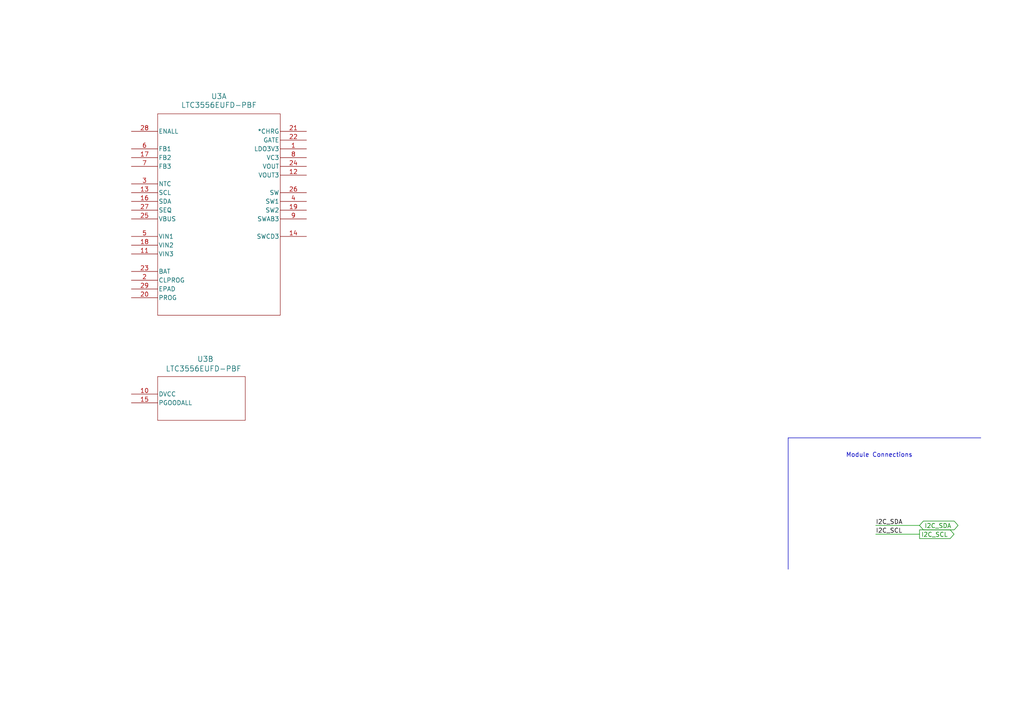
<source format=kicad_sch>
(kicad_sch (version 20231120) (generator "eeschema") (generator_version "8.0")
  (paper "A4")
  (lib_symbols
    (symbol "hands-emg-lib:LTC3556EUFD-PBF" (pin_names (offset 0.254))
      (property "Reference" "U" (at 25.4 10.16 0))
      (property "Value" "LTC3556EUFD-PBF" (at 25.4 7.62 0))
      (symbol "LTC3556EUFD-PBF_1_1"
        (polyline (pts (xy 7.62 -53.34) (xy 43.18 -53.34)) (stroke (width 0.127)))
        (polyline (pts (xy 7.62 5.08) (xy 7.62 -53.34)) (stroke (width 0.127)))
        (polyline (pts (xy 43.18 -53.34) (xy 43.18 5.08)) (stroke (width 0.127)))
        (polyline (pts (xy 43.18 5.08) (xy 7.62 5.08)) (stroke (width 0.127)))
        (pin output line (at 50.8 -5.08 180) (length 7.62) (name "LDO3V3") (number "1"))
        (pin input line (at 0 -35.56 0) (length 7.62) (name "VIN3") (number "11"))
        (pin output line (at 50.8 -12.7 180) (length 7.62) (name "VOUT3") (number "12"))
        (pin input line (at 0 -17.78 0) (length 7.62) (name "SCL") (number "13"))
        (pin unspecified line (at 50.8 -30.48 180) (length 7.62) (name "SWCD3") (number "14"))
        (pin input line (at 0 -20.32 0) (length 7.62) (name "SDA") (number "16"))
        (pin input line (at 0 -7.62 0) (length 7.62) (name "FB2") (number "17"))
        (pin input line (at 0 -33.02 0) (length 7.62) (name "VIN2") (number "18"))
        (pin unspecified line (at 50.8 -22.86 180) (length 7.62) (name "SW2") (number "19"))
        (pin unspecified line (at 0 -43.18 0) (length 7.62) (name "CLPROG") (number "2"))
        (pin unspecified line (at 0 -48.26 0) (length 7.62) (name "PROG") (number "20"))
        (pin output line (at 50.8 0 180) (length 7.62) (name "*CHRG") (number "21"))
        (pin output line (at 50.8 -2.54 180) (length 7.62) (name "GATE") (number "22"))
        (pin unspecified line (at 0 -40.64 0) (length 7.62) (name "BAT") (number "23"))
        (pin output line (at 50.8 -10.16 180) (length 7.62) (name "VOUT") (number "24"))
        (pin input line (at 0 -25.4 0) (length 7.62) (name "VBUS") (number "25"))
        (pin unspecified line (at 50.8 -17.78 180) (length 7.62) (name "SW") (number "26"))
        (pin input line (at 0 -22.86 0) (length 7.62) (name "SEQ") (number "27"))
        (pin input line (at 0 0 0) (length 7.62) (name "ENALL") (number "28"))
        (pin unspecified line (at 0 -45.72 0) (length 7.62) (name "EPAD") (number "29"))
        (pin input line (at 0 -15.24 0) (length 7.62) (name "NTC") (number "3"))
        (pin unspecified line (at 50.8 -20.32 180) (length 7.62) (name "SW1") (number "4"))
        (pin input line (at 0 -30.48 0) (length 7.62) (name "VIN1") (number "5"))
        (pin input line (at 0 -5.08 0) (length 7.62) (name "FB1") (number "6"))
        (pin input line (at 0 -10.16 0) (length 7.62) (name "FB3") (number "7"))
        (pin output line (at 50.8 -7.62 180) (length 7.62) (name "VC3") (number "8"))
        (pin unspecified line (at 50.8 -25.4 180) (length 7.62) (name "SWAB3") (number "9"))
      )
      (symbol "LTC3556EUFD-PBF_2_1"
        (polyline (pts (xy 7.62 -7.62) (xy 33.02 -7.62)) (stroke (width 0.127)))
        (polyline (pts (xy 7.62 5.08) (xy 7.62 -7.62)) (stroke (width 0.127)))
        (polyline (pts (xy 33.02 -7.62) (xy 33.02 5.08)) (stroke (width 0.127)))
        (polyline (pts (xy 33.02 5.08) (xy 7.62 5.08)) (stroke (width 0.127)))
        (pin power_in line (at 0 0 0) (length 7.62) (name "DVCC") (number "10"))
        (pin output line (at 0 -2.54 0) (length 7.62) (name "PGOODALL") (number "15"))
      )
    )
  )
  (polyline (pts (xy 228.6 127) (xy 228.6 165.1)))
  (polyline (pts (xy 284.48 127) (xy 228.6 127)))
  (wire (pts (xy 254 152.4) (xy 266.7 152.4)))
  (wire (pts (xy 254 154.94) (xy 266.7 154.94)))
  (text "Module Connections" (at 255.016 132.08 0) (effects (font (size 1.27 1.27))))
  (label "I2C_SDA" (at 254 152.4 0))
  (label "I2C_SCL" (at 254 154.94 0))
  (global_label "I2C_SCL" (shape output) (at 266.7 154.94 0) (property "Intersheetrefs" "${INTERSHEET_REFS}" (effects (hide yes))))
  (global_label "I2C_SDA" (shape bidirectional) (at 266.7 152.4 0) (property "Intersheetrefs" "${INTERSHEET_REFS}" (effects (hide yes))))
  (symbol (lib_id "hands-emg-lib:LTC3556EUFD-PBF") (at 38.1 38.1 0) (unit 1)
    (property "Reference" "U3" (at 63.5 27.94 0) (effects (font (size 1.524 1.524))))
    (property "Value" "LTC3556EUFD-PBF" (at 63.5 30.48 0) (effects (font (size 1.524 1.524))))
    (property "Footprint" "hands-emg-lib:LTC3556EUFD-PBF" (effects (hide yes)))
    (property "Datasheet" "https://www.analog.com/media/en/technical-documentation/data-sheets/3556fa.pdf" (effects (hide yes)))
    (property "Description" "Handheld/Mobile Devices PMIC 28-QFN (4x5)" (effects (hide yes)))
    (property "Procurement" "https://www.digikey.com/en/products/detail/analog-devices-inc/LTC3556EUFD-PBF/1840049" (effects (hide yes)))
  )
  (symbol (lib_id "hands-emg-lib:LTC3556EUFD-PBF") (at 38.1 114.3 0) (unit 2)
    (property "Reference" "U3" (at 57.15 104.14 0) (effects (font (size 1.524 1.524)) (justify left)))
    (property "Value" "LTC3556EUFD-PBF" (at 48.006 106.934 0) (effects (font (size 1.524 1.524)) (justify left)))
    (property "Footprint" "hands-emg-lib:LTC3556EUFD-PBF" (effects (hide yes)))
    (property "Datasheet" "https://www.analog.com/media/en/technical-documentation/data-sheets/3556fa.pdf" (effects (hide yes)))
    (property "Description" "Handheld/Mobile Devices PMIC 28-QFN (4x5)" (effects (hide yes)))
    (property "Procurement" "https://www.digikey.com/en/products/detail/analog-devices-inc/LTC3556EUFD-PBF/1840049" (effects (hide yes)))
  )
)
</source>
